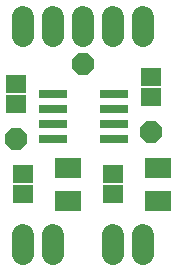
<source format=gts>
G75*
G70*
%OFA0B0*%
%FSLAX24Y24*%
%IPPOS*%
%LPD*%
%AMOC8*
5,1,8,0,0,1.08239X$1,22.5*
%
%ADD10R,0.0946X0.0316*%
%ADD11R,0.0867X0.0710*%
%ADD12R,0.0671X0.0592*%
%ADD13C,0.0720*%
%ADD14OC8,0.0720*%
D10*
X002158Y004601D03*
X002158Y005101D03*
X002158Y005601D03*
X002158Y006101D03*
X004205Y006101D03*
X004205Y005601D03*
X004205Y005101D03*
X004205Y004601D03*
D11*
X005681Y003652D03*
X005681Y002550D03*
X002681Y002550D03*
X002681Y003652D03*
D12*
X004181Y003435D03*
X004181Y002766D03*
X005431Y006016D03*
X005431Y006685D03*
X001181Y003435D03*
X001181Y002766D03*
X000931Y005766D03*
X000931Y006435D03*
D13*
X001181Y001421D02*
X001181Y000781D01*
X002181Y000781D02*
X002181Y001421D01*
X004181Y001421D02*
X004181Y000781D01*
X005181Y000781D02*
X005181Y001421D01*
X005181Y008031D02*
X005181Y008671D01*
X004181Y008671D02*
X004181Y008031D01*
X003181Y008031D02*
X003181Y008671D01*
X002181Y008671D02*
X002181Y008031D01*
X001181Y008031D02*
X001181Y008671D01*
D14*
X003181Y007101D03*
X005431Y004851D03*
X000931Y004601D03*
M02*

</source>
